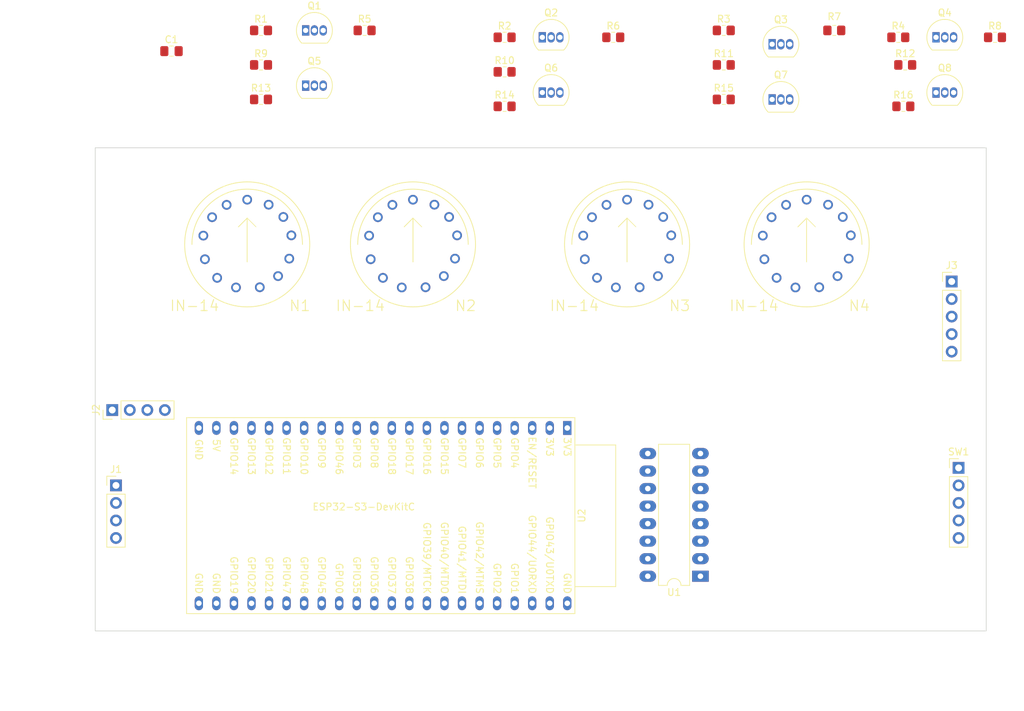
<source format=kicad_pcb>
(kicad_pcb (version 20221018) (generator pcbnew)
  (layers (0 "F.Cu" signal) (31 "B.Cu" signal) (34 "B.Paste" user) (35 "F.Paste" user) (36 "B.SilkS" user "B.Silkscreen") (37 "F.SilkS" user "F.Silkscreen") (38 "B.Mask" user) (39 "F.Mask" user) (44 "Edge.Cuts" user))
  (net 0 "")
  (net 3 "+5V")
  (net 4 "/Horloge Nixie/USB_D-")
  (net 5 "/Horloge Nixie/USB_D+")
  (net 6 "GND")
  (net 7 "/Horloge Nixie/I2C_SCL")
  (net 8 "/Horloge Nixie/I2C_SDA")
  (net 10 "HT")
  (net 11 "A_M10")
  (net 13 "/Horloge Nixie/K0")
  (net 14 "/Horloge Nixie/K9")
  (net 15 "/Horloge Nixie/K8")
  (net 16 "/Horloge Nixie/K7")
  (net 17 "/Horloge Nixie/K6")
  (net 18 "/Horloge Nixie/K5")
  (net 19 "/Horloge Nixie/K4")
  (net 20 "/Horloge Nixie/K3")
  (net 21 "/Horloge Nixie/K2")
  (net 22 "/Horloge Nixie/K1")
  (net 24 "A_M01")
  (net 27 "A_H10")
  (net 30 "A_H01")
  (net 33 "Net-(Q1-C)")
  (net 34 "Net-(Q1-B)")
  (net 35 "Net-(Q2-C)")
  (net 36 "Net-(Q2-B)")
  (net 37 "Net-(Q3-C)")
  (net 38 "Net-(Q3-B)")
  (net 39 "Net-(Q4-C)")
  (net 40 "Net-(Q4-B)")
  (net 41 "Net-(Q5-B)")
  (net 42 "Net-(Q5-C)")
  (net 43 "Net-(Q6-B)")
  (net 44 "Net-(Q6-C)")
  (net 45 "Net-(Q7-B)")
  (net 46 "Net-(Q7-C)")
  (net 47 "Net-(Q8-B)")
  (net 48 "Net-(Q8-C)")
  (net 49 "H10")
  (net 50 "H01")
  (net 51 "M10")
  (net 52 "M01")
  (net 53 "BCD1")
  (net 54 "BCD4")
  (net 55 "BCD2")
  (net 56 "BCD3")
  (net 57 "Net-(U2-3V3-Pad1)")
  (net 75 "Net-(U2-GPIO35)")
  (net 76 "Net-(U2-GPIO36)")
  (net 77 "Net-(U2-GPIO37)")
  (footprint "Resistor_SMD:R_0805_2012Metric_Pad1.20x1.40mm_HandSolder" (layer "F.Cu") (at 168.07 38.8)
    (fp_text reference "R12" (at 0 -1.65) (layer "F.SilkS"))
    (fp_text value "470k")
    (fp_line (start -0.227064 -0.735) (end 0.227064 -0.735) (stroke (width 0.12)) (layer "F.SilkS"))
    (fp_line (start -0.227064 0.735) (end 0.227064 0.735) (stroke (width 0.12)) (layer "F.SilkS"))
    (pad "1" smd roundrect (at -1 0) (size 1.2 1.4) (layers "F.Cu" "F.Paste" "F.Mask") (roundrect_rratio 0.208333) (net 48 "Net-(Q8-C)"))
    (pad "2" smd roundrect (at 1 0) (size 1.2 1.4) (layers "F.Cu" "F.Paste" "F.Mask") (roundrect_rratio 0.208333) (net 40 "Net-(Q4-B)"))
  )
  (footprint "MountingHole:MountingHole_3.2mm_M3" (layer "F.Cu") (at 175.8 115.8)
    (fp_text reference "REF**" hide)
    (fp_text value "MountingHole_3.2mm_M3")
    (pad "" np_thru_hole circle (at 0 0) (size 3.2 3.2) (drill 3.2) (layers "F&B.Cu" "*.Mask"))
  )
  (footprint "Connector_PinHeader_2.54mm:PinHeader_1x05_P2.54mm_Vertical" (layer "F.Cu") (at 175.8 97.18)
    (fp_text reference "SW1" (at 0 -2.33) (layer "F.SilkS"))
    (fp_text value "Rotary Encoder")
    (fp_line (start -1.33 -1.33) (end 0 -1.33) (stroke (width 0.12)) (layer "F.SilkS"))
    (fp_line (start -1.33 0) (end -1.33 -1.33) (stroke (width 0.12)) (layer "F.SilkS"))
    (fp_line (start -1.33 1.27) (end -1.33 11.49) (stroke (width 0.12)) (layer "F.SilkS"))
    (fp_line (start -1.33 1.27) (end 1.33 1.27) (stroke (width 0.12)) (layer "F.SilkS"))
    (fp_line (start -1.33 11.49) (end 1.33 11.49) (stroke (width 0.12)) (layer "F.SilkS"))
    (fp_line (start 1.33 1.27) (end 1.33 11.49) (stroke (width 0.12)) (layer "F.SilkS"))
    (pad "1" thru_hole rect (at 0 0) (size 1.7 1.7) (drill 1) (layers "*.Cu" "*.Mask"))
    (pad "2" thru_hole oval (at 0 2.54) (size 1.7 1.7) (drill 1) (layers "*.Cu" "*.Mask"))
    (pad "3" thru_hole oval (at 0 5.08) (size 1.7 1.7) (drill 1) (layers "*.Cu" "*.Mask"))
    (pad "4" thru_hole oval (at 0 7.62) (size 1.7 1.7) (drill 1) (layers "*.Cu" "*.Mask"))
    (pad "5" thru_hole oval (at 0 10.16) (size 1.7 1.7) (drill 1) (layers "*.Cu" "*.Mask"))
  )
  (footprint "Capacitor_SMD:C_0805_2012Metric_Pad1.18x1.45mm_HandSolder" (layer "F.Cu") (at 61.8375 36.8)
    (fp_text reference "C1" (at 0 -1.68) (layer "F.SilkS"))
    (fp_text value "0.1uF/16V(10%)")
    (fp_line (start -0.261252 -0.735) (end 0.261252 -0.735) (stroke (width 0.12)) (layer "F.SilkS"))
    (fp_line (start -0.261252 0.735) (end 0.261252 0.735) (stroke (width 0.12)) (layer "F.SilkS"))
    (pad "1" smd roundrect (at -1.0375 0) (size 1.175 1.45) (layers "F.Cu" "F.Paste" "F.Mask") (roundrect_rratio 0.212766))
    (pad "2" smd roundrect (at 1.0375 0) (size 1.175 1.45) (layers "F.Cu" "F.Paste" "F.Mask") (roundrect_rratio 0.212766))
  )
  (footprint "Connector_PinHeader_2.54mm:PinHeader_1x04_P2.54mm_Vertical" (layer "F.Cu") (at 53.8 99.72)
    (fp_text reference "J1" (at 0 -2.33) (layer "F.SilkS"))
    (fp_text value "Conn_01x04")
    (fp_line (start -1.33 -1.33) (end 0 -1.33) (stroke (width 0.12)) (layer "F.SilkS"))
    (fp_line (start -1.33 0) (end -1.33 -1.33) (stroke (width 0.12)) (layer "F.SilkS"))
    (fp_line (start -1.33 1.27) (end -1.33 8.95) (stroke (width 0.12)) (layer "F.SilkS"))
    (fp_line (start -1.33 1.27) (end 1.33 1.27) (stroke (width 0.12)) (layer "F.SilkS"))
    (fp_line (start -1.33 8.95) (end 1.33 8.95) (stroke (width 0.12)) (layer "F.SilkS"))
    (fp_line (start 1.33 1.27) (end 1.33 8.95) (stroke (width 0.12)) (layer "F.SilkS"))
    (pad "1" thru_hole rect (at 0 0) (size 1.7 1.7) (drill 1) (layers "*.Cu" "*.Mask") (net 3 "+5V"))
    (pad "2" thru_hole oval (at 0 2.54) (size 1.7 1.7) (drill 1) (layers "*.Cu" "*.Mask") (net 4 "/Horloge Nixie/USB_D-"))
    (pad "3" thru_hole oval (at 0 5.08) (size 1.7 1.7) (drill 1) (layers "*.Cu" "*.Mask") (net 5 "/Horloge Nixie/USB_D+"))
    (pad "4" thru_hole oval (at 0 7.62) (size 1.7 1.7) (drill 1) (layers "*.Cu" "*.Mask") (net 6 "GND"))
  )
  (footprint "Kicad-VFD-Nixies-master:IN-14-mod" (layer "F.Cu") (at 153.8 64.8)
    (fp_text reference "N4" (at 7.62 8.89) (layer "F.SilkS") (effects (font (size 1.524 1.524))))
    (fp_text value "IN-14" (at -7.62 8.89) (layer "F.SilkS") (effects (font (size 1.524 1.524))))
    (fp_line (start -1.27 -2.54) (end 0 -3.81) (stroke (width 0.1)) (layer "F.SilkS"))
    (fp_line (start 0 -3.81) (end -1.27 -2.54) (stroke (width 0.1)) (layer "F.SilkS"))
    (fp_line (start 0 -3.81) (end 0 2.54) (stroke (width 0.1)) (layer "F.SilkS"))
    (fp_line (start 0 -3.81) (end 1.27 -2.54) (stroke (width 0.1)) (layer "F.SilkS"))
    (fp_line (start 0 2.54) (end 0 -3.81) (stroke (width 0.1)) (layer "F.SilkS"))
    (fp_arc (start -8 0) (mid 0 -8) (end 8 0) (stroke (width 0.127)) (layer "F.SilkS"))
    (fp_circle (center 0 0) (end 9.0553 0) (stroke (width 0.127)) (fill none) (layer "F.SilkS"))
    (pad "1" thru_hole circle (at 0 -6.477) (size 1.408 1.408) (drill 0.9) (layers "*.Cu" "*.Mask") (net 24 "A_M01"))
    (pad "2" thru_hole circle (at 3.104 -5.752) (size 1.408 1.408) (drill 0.9) (layers "*.Cu" "*.Mask"))
    (pad "3" thru_hole circle (at 5.232 -3.973) (size 1.408 1.408) (drill 0.9) (layers "*.Cu" "*.Mask") (net 13 "/Horloge Nixie/K0"))
    (pad "4" thru_hole circle (at 6.393 -1.307) (size 1.408 1.408) (drill 0.9) (layers "*.Cu" "*.Mask") (net 14 "/Horloge Nixie/K9"))
    (pad "5" thru_hole circle (at 6.089 2.063) (size 1.408 1.408) (drill 0.9) (layers "*.Cu" "*.Mask") (net 15 "/Horloge Nixie/K8"))
    (pad "6" thru_hole circle (at 4.469 4.594) (size 1.408 1.408) (drill 0.9) (layers "*.Cu" "*.Mask") (net 16 "/Horloge Nixie/K7"))
    (pad "7" thru_hole circle (at 1.822 6.213 180) (size 1.408 1.408) (drill 0.9) (layers "*.Cu" "*.Mask") (net 17 "/Horloge Nixie/K6"))
    (pad "8" thru_hole circle (at -1.621 6.243 180) (size 1.408 1.408) (drill 0.9) (layers "*.Cu" "*.Mask") (net 18 "/Horloge Nixie/K5"))
    (pad "9" thru_hole circle (at -4.348 4.846) (size 1.408 1.408) (drill 0.9) (layers "*.Cu" "*.Mask") (net 19 "/Horloge Nixie/K4"))
    (pad "10" thru_hole circle (at -6.12 2.154) (size 1.408 1.408) (drill 0.9) (layers "*.Cu" "*.Mask") (net 20 "/Horloge Nixie/K3"))
    (pad "11" thru_hole circle (at -6.35 -1.27) (size 1.408 1.408) (drill 0.9) (layers "*.Cu" "*.Mask") (net 21 "/Horloge Nixie/K2"))
    (pad "12" thru_hole circle (at -5.08 -3.937) (size 1.408 1.408) (drill 0.9) (layers "*.Cu" "*.Mask") (net 22 "/Horloge Nixie/K1"))
    (pad "13" thru_hole circle (at -2.978 -5.725) (size 1.408 1.408) (drill 0.9) (layers "*.Cu" "*.Mask"))
  )
  (footprint "Resistor_SMD:R_0805_2012Metric_Pad1.20x1.40mm_HandSolder" (layer "F.Cu") (at 141.8 43.8)
    (fp_text reference "R15" (at 0 -1.65) (layer "F.SilkS"))
    (fp_text value "33k")
    (fp_line (start -0.227064 -0.735) (end 0.227064 -0.735) (stroke (width 0.12)) (layer "F.SilkS"))
    (fp_line (start -0.227064 0.735) (end 0.227064 0.735) (stroke (width 0.12)) (layer "F.SilkS"))
    (pad "1" smd roundrect (at -1 0) (size 1.2 1.4) (layers "F.Cu" "F.Paste" "F.Mask") (roundrect_rratio 0.208333) (net 51 "M10"))
    (pad "2" smd roundrect (at 1 0) (size 1.2 1.4) (layers "F.Cu" "F.Paste" "F.Mask") (roundrect_rratio 0.208333) (net 45 "Net-(Q7-B)"))
  )
  (footprint "Kicad-VFD-Nixies-master:IN-14-mod" (layer "F.Cu") (at 96.8 64.8)
    (fp_text reference "N2" (at 7.62 8.89) (layer "F.SilkS") (effects (font (size 1.524 1.524))))
    (fp_text value "IN-14" (at -7.62 8.89) (layer "F.SilkS") (effects (font (size 1.524 1.524))))
    (fp_line (start -1.27 -2.54) (end 0 -3.81) (stroke (width 0.1)) (layer "F.SilkS"))
    (fp_line (start 0 -3.81) (end -1.27 -2.54) (stroke (width 0.1)) (layer "F.SilkS"))
    (fp_line (start 0 -3.81) (end 0 2.54) (stroke (width 0.1)) (layer "F.SilkS"))
    (fp_line (start 0 -3.81) (end 1.27 -2.54) (stroke (width 0.1)) (layer "F.SilkS"))
    (fp_line (start 0 2.54) (end 0 -3.81) (stroke (width 0.1)) (layer "F.SilkS"))
    (fp_arc (start -8 0) (mid 0 -8) (end 8 0) (stroke (width 0.127)) (layer "F.SilkS"))
    (fp_circle (center 0 0) (end 9.0553 0) (stroke (width 0.127)) (fill none) (layer "F.SilkS"))
    (pad "1" thru_hole circle (at 0 -6.477) (size 1.408 1.408) (drill 0.9) (layers "*.Cu" "*.Mask") (net 30 "A_H01"))
    (pad "2" thru_hole circle (at 3.104 -5.752) (size 1.408 1.408) (drill 0.9) (layers "*.Cu" "*.Mask"))
    (pad "3" thru_hole circle (at 5.232 -3.973) (size 1.408 1.408) (drill 0.9) (layers "*.Cu" "*.Mask") (net 13 "/Horloge Nixie/K0"))
    (pad "4" thru_hole circle (at 6.393 -1.307) (size 1.408 1.408) (drill 0.9) (layers "*.Cu" "*.Mask") (net 14 "/Horloge Nixie/K9"))
    (pad "5" thru_hole circle (at 6.089 2.063) (size 1.408 1.408) (drill 0.9) (layers "*.Cu" "*.Mask") (net 15 "/Horloge Nixie/K8"))
    (pad "6" thru_hole circle (at 4.469 4.594) (size 1.408 1.408) (drill 0.9) (layers "*.Cu" "*.Mask") (net 16 "/Horloge Nixie/K7"))
    (pad "7" thru_hole circle (at 1.822 6.213 180) (size 1.408 1.408) (drill 0.9) (layers "*.Cu" "*.Mask") (net 17 "/Horloge Nixie/K6"))
    (pad "8" thru_hole circle (at -1.621 6.243 180) (size 1.408 1.408) (drill 0.9) (layers "*.Cu" "*.Mask") (net 18 "/Horloge Nixie/K5"))
    (pad "9" thru_hole circle (at -4.348 4.846) (size 1.408 1.408) (drill 0.9) (layers "*.Cu" "*.Mask") (net 19 "/Horloge Nixie/K4"))
    (pad "10" thru_hole circle (at -6.12 2.154) (size 1.408 1.408) (drill 0.9) (layers "*.Cu" "*.Mask") (net 20 "/Horloge Nixie/K3"))
    (pad "11" thru_hole circle (at -6.35 -1.27) (size 1.408 1.408) (drill 0.9) (layers "*.Cu" "*.Mask") (net 21 "/Horloge Nixie/K2"))
    (pad "12" thru_hole circle (at -5.08 -3.937) (size 1.408 1.408) (drill 0.9) (layers "*.Cu" "*.Mask") (net 22 "/Horloge Nixie/K1"))
    (pad "13" thru_hole circle (at -2.978 -5.725) (size 1.408 1.408) (drill 0.9) (layers "*.Cu" "*.Mask"))
  )
  (footprint "Package_TO_SOT_THT:TO-92_Inline" (layer "F.Cu") (at 115.53 34.8)
    (fp_text reference "Q2" (at 1.27 -3.56) (layer "F.SilkS"))
    (fp_text value "MPSA92")
    (fp_line (start -0.53 1.85) (end 3.07 1.85) (stroke (width 0.12)) (layer "F.SilkS"))
    (fp_arc (start -0.568478 1.838478) (mid -1.132087 -0.994977) (end 1.27 -2.6) (stroke (width 0.12)) (layer "F.SilkS"))
    (fp_arc (start 1.27 -2.6) (mid 3.672087 -0.994977) (end 3.108478 1.838478) (stroke (width 0.12)) (layer "F.SilkS"))
    (pad "1" thru_hole rect (at 0 0) (size 1.05 1.5) (drill 0.75) (layers "*.Cu" "*.Mask") (net 35 "Net-(Q2-C)"))
    (pad "2" thru_hole oval (at 1.27 0) (size 1.05 1.5) (drill 0.75) (layers "*.Cu" "*.Mask") (net 36 "Net-(Q2-B)"))
    (pad "3" thru_hole oval (at 2.54 0) (size 1.05 1.5) (drill 0.75) (layers "*.Cu" "*.Mask") (net 10 "HT"))
  )
  (footprint "Package_TO_SOT_THT:TO-92_Inline" (layer "F.Cu") (at 81.26 41.8)
    (fp_text reference "Q5" (at 1.27 -3.56) (layer "F.SilkS"))
    (fp_text value "MPSA42")
    (fp_line (start -0.53 1.85) (end 3.07 1.85) (stroke (width 0.12)) (layer "F.SilkS"))
    (fp_arc (start -0.568478 1.838478) (mid -1.132087 -0.994977) (end 1.27 -2.6) (stroke (width 0.12)) (layer "F.SilkS"))
    (fp_arc (start 1.27 -2.6) (mid 3.672087 -0.994977) (end 3.108478 1.838478) (stroke (width 0.12)) (layer "F.SilkS"))
    (pad "1" thru_hole rect (at 0 0) (size 1.05 1.5) (drill 0.75) (layers "*.Cu" "*.Mask") (net 41 "Net-(Q5-B)"))
    (pad "2" thru_hole oval (at 1.27 0) (size 1.05 1.5) (drill 0.75) (layers "*.Cu" "*.Mask") (net 42 "Net-(Q5-C)"))
    (pad "3" thru_hole oval (at 2.54 0) (size 1.05 1.5) (drill 0.75) (layers "*.Cu" "*.Mask") (net 6 "GND"))
  )
  (footprint "MountingHole:MountingHole_3.2mm_M3" (layer "F.Cu") (at 55.8 55.8)
    (fp_text reference "REF**" hide)
    (fp_text value "MountingHole_3.2mm_M3")
    (pad "" np_thru_hole circle (at 0 0) (size 3.2 3.2) (drill 3.2) (layers "*.Cu" "*.Mask"))
  )
  (footprint "Resistor_SMD:R_0805_2012Metric_Pad1.20x1.40mm_HandSolder" (layer "F.Cu") (at 74.8 33.8)
    (fp_text reference "R1" (at 0 -1.65) (layer "F.SilkS"))
    (fp_text value "100k")
    (fp_line (start -0.227064 -0.735) (end 0.227064 -0.735) (stroke (width 0.12)) (layer "F.SilkS"))
    (fp_line (start -0.227064 0.735) (end 0.227064 0.735) (stroke (width 0.12)) (layer "F.SilkS"))
    (pad "1" smd roundrect (at -1 0) (size 1.2 1.4) (layers "F.Cu" "F.Paste" "F.Mask") (roundrect_rratio 0.208333) (net 34 "Net-(Q1-B)"))
    (pad "2" smd roundrect (at 1 0) (size 1.2 1.4) (layers "F.Cu" "F.Paste" "F.Mask") (roundrect_rratio 0.208333) (net 10 "HT"))
  )
  (footprint "Resistor_SMD:R_0805_2012Metric_Pad1.20x1.40mm_HandSolder" (layer "F.Cu") (at 74.8 43.8)
    (fp_text reference "R13" (at 0 -1.65) (layer "F.SilkS"))
    (fp_text value "33k")
    (fp_line (start -0.227064 -0.735) (end 0.227064 -0.735) (stroke (width 0.12)) (layer "F.SilkS"))
    (fp_line (start -0.227064 0.735) (end 0.227064 0.735) (stroke (width 0.12)) (layer "F.SilkS"))
    (pad "1" smd roundrect (at -1 0) (size 1.2 1.4) (layers "F.Cu" "F.Paste" "F.Mask") (roundrect_rratio 0.208333) (net 49 "H10"))
    (pad "2" smd roundrect (at 1 0) (size 1.2 1.4) (layers "F.Cu" "F.Paste" "F.Mask") (roundrect_rratio 0.208333) (net 41 "Net-(Q5-B)"))
  )
  (footprint "MountingHole:MountingHole_3.2mm_M3" (layer "F.Cu") (at 55.8 115.8)
    (fp_text reference "REF**" hide)
    (fp_text value "MountingHole_3.2mm_M3")
    (pad "" np_thru_hole circle (at 0 0) (size 3.2 3.2) (drill 3.2) (layers "F&B.Cu" "*.Mask"))
  )
  (footprint "Resistor_SMD:R_0805_2012Metric_Pad1.20x1.40mm_HandSolder" (layer "F.Cu") (at 167.8 44.8)
    (fp_text reference "R16" (at 0 -1.65) (layer "F.SilkS"))
    (fp_text value "33k")
    (fp_line (start -0.227064 -0.735) (end 0.227064 -0.735) (stroke (width 0.12)) (layer "F.SilkS"))
    (fp_line (start -0.227064 0.735) (end 0.227064 0.735) (stroke (width 0.12)) (layer "F.SilkS"))
    (pad "1" smd roundrect (at -1 0) (size 1.2 1.4) (layers "F.Cu" "F.Paste" "F.Mask") (roundrect_rratio 0.208333) (net 52 "M01"))
    (pad "2" smd roundrect (at 1 0) (size 1.2 1.4) (layers "F.Cu" "F.Paste" "F.Mask") (roundrect_rratio 0.208333) (net 47 "Net-(Q8-B)"))
  )
  (footprint "Package_TO_SOT_THT:TO-92_Inline" (layer "F.Cu") (at 81.26 33.8)
    (fp_text reference "Q1" (at 1.27 -3.56) (layer "F.SilkS"))
    (fp_text value "MPSA92")
    (fp_line (start -0.53 1.85) (end 3.07 1.85) (stroke (width 0.12)) (layer "F.SilkS"))
    (fp_arc (start -0.568478 1.838478) (mid -1.132087 -0.994977) (end 1.27 -2.6) (stroke (width 0.12)) (layer "F.SilkS"))
    (fp_arc (start 1.27 -2.6) (mid 3.672087 -0.994977) (end 3.108478 1.838478) (stroke (width 0.12)) (layer "F.SilkS"))
    (pad "1" thru_hole rect (at 0 0) (size 1.05 1.5) (drill 0.75) (layers "*.Cu" "*.Mask") (net 33 "Net-(Q1-C)"))
    (pad "2" thru_hole oval (at 1.27 0) (size 1.05 1.5) (drill 0.75) (layers "*.Cu" "*.Mask") (net 34 "Net-(Q1-B)"))
    (pad "3" thru_hole oval (at 2.54 0) (size 1.05 1.5) (drill 0.75) (layers "*.Cu" "*.Mask") (net 10 "HT"))
  )
  (footprint "Resistor_SMD:R_0805_2012Metric_Pad1.20x1.40mm_HandSolder" (layer "F.Cu") (at 110.07 39.8)
    (fp_text reference "R10" (at 0 -1.65) (layer "F.SilkS"))
    (fp_text value "470k")
    (fp_line (start -0.227064 -0.735) (end 0.227064 -0.735) (stroke (width 0.12)) (layer "F.SilkS"))
    (fp_line (start -0.227064 0.735) (end 0.227064 0.735) (stroke (width 0.12)) (layer "F.SilkS"))
    (pad "1" smd roundrect (at -1 0) (size 1.2 1.4) (layers "F.Cu" "F.Paste" "F.Mask") (roundrect_rratio 0.208333) (net 44 "Net-(Q6-C)"))
    (pad "2" smd roundrect (at 1 0) (size 1.2 1.4) (layers "F.Cu" "F.Paste" "F.Mask") (roundrect_rratio 0.208333) (net 36 "Net-(Q2-B)"))
  )
  (footprint "Resistor_SMD:R_0805_2012Metric_Pad1.20x1.40mm_HandSolder" (layer "F.Cu") (at 181.07 34.8)
    (fp_text reference "R8" (at 0 -1.65) (layer "F.SilkS"))
    (fp_text value "10k")
    (fp_line (start -0.227064 -0.735) (end 0.227064 -0.735) (stroke (width 0.12)) (layer "F.SilkS"))
    (fp_line (start -0.227064 0.735) (end 0.227064 0.735) (stroke (width 0.12)) (layer "F.SilkS"))
    (pad "1" smd roundrect (at -1 0) (size 1.2 1.4) (layers "F.Cu" "F.Paste" "F.Mask") (roundrect_rratio 0.208333) (net 24 "A_M01"))
    (pad "2" smd roundrect (at 1 0) (size 1.2 1.4) (layers "F.Cu" "F.Paste" "F.Mask") (roundrect_rratio 0.208333) (net 39 "Net-(Q4-C)"))
  )
  (footprint "Resistor_SMD:R_0805_2012Metric_Pad1.20x1.40mm_HandSolder" (layer "F.Cu") (at 110.07 34.8)
    (fp_text reference "R2" (at 0 -1.65) (layer "F.SilkS"))
    (fp_text value "100k")
    (fp_line (start -0.227064 -0.735) (end 0.227064 -0.735) (stroke (width 0.12)) (layer "F.SilkS"))
    (fp_line (start -0.227064 0.735) (end 0.227064 0.735) (stroke (width 0.12)) (layer "F.SilkS"))
    (pad "1" smd roundrect (at -1 0) (size 1.2 1.4) (layers "F.Cu" "F.Paste" "F.Mask") (roundrect_rratio 0.208333) (net 36 "Net-(Q2-B)"))
    (pad "2" smd roundrect (at 1 0) (size 1.2 1.4) (layers "F.Cu" "F.Paste" "F.Mask") (roundrect_rratio 0.208333) (net 10 "HT"))
  )
  (footprint "Kicad-VFD-Nixies-master:IN-14-mod" (layer "F.Cu") (at 127.8 64.8)
    (fp_text reference "N3" (at 7.62 8.89) (layer "F.SilkS") (effects (font (size 1.524 1.524))))
    (fp_text value "IN-14" (at -7.62 8.89) (layer "F.SilkS") (effects (font (size 1.524 1.524))))
    (fp_line (start -1.27 -2.54) (end 0 -3.81) (stroke (width 0.1)) (layer "F.SilkS"))
    (fp_line (start 0 -3.81) (end -1.27 -2.54) (stroke (width 0.1)) (layer "F.SilkS"))
    (fp_line (start 0 -3.81) (end 0 2.54) (stroke (width 0.1)) (layer "F.SilkS"))
    (fp_line (start 0 -3.81) (end 1.27 -2.54) (stroke (width 0.1)) (layer "F.SilkS"))
    (fp_line (start 0 2.54) (end 0 -3.81) (stroke (width 0.1)) (layer "F.SilkS"))
    (fp_arc (start -8 0) (mid 0 -8) (end 8 0) (stroke (width 0.127)) (layer "F.SilkS"))
    (fp_circle (center 0 0) (end 9.0553 0) (stroke (width 0.127)) (fill none) (layer "F.SilkS"))
    (pad "1" thru_hole circle (at 0 -6.477) (size 1.408 1.408) (drill 0.9) (layers "*.Cu" "*.Mask") (net 11 "A_M10"))
    (pad "2" thru_hole circle (at 3.104 -5.752) (size 1.408 1.408) (drill 0.9) (layers "*.Cu" "*.Mask"))
    (pad "3" thru_hole circle (at 5.232 -3.973) (size 1.408 1.408) (drill 0.9) (layers "*.Cu" "*.Mask") (net 13 "/Horloge Nixie/K0"))
    (pad "4" thru_hole circle (at 6.393 -1.307) (size 1.408 1.408) (drill 0.9) (layers "*.Cu" "*.Mask") (net 14 "/Horloge Nixie/K9"))
    (pad "5" thru_hole circle (at 6.089 2.063) (size 1.408 1.408) (drill 0.9) (layers "*.Cu" "*.Mask") (net 15 "/Horloge Nixie/K8"))
    (pad "6" thru_hole circle (at 4.469 4.594) (size 1.408 1.408) (drill 0.9) (layers "*.Cu" "*.Mask") (net 16 "/Horloge Nixie/K7"))
    (pad "7" thru_hole circle (at 1.822 6.213 180) (size 1.408 1.408) (drill 0.9) (layers "*.Cu" "*.Mask") (net 17 "/Horloge Nixie/K6"))
    (pad "8" thru_hole circle (at -1.621 6.243 180) (size 1.408 1.408) (drill 0.9) (layers "*.Cu" "*.Mask") (net 18 "/Horloge Nixie/K5"))
    (pad "9" thru_hole circle (at -4.348 4.846) (size 1.408 1.408) (drill 0.9) (layers "*.Cu" "*.Mask") (net 19 "/Horloge Nixie/K4"))
    (pad "10" thru_hole circle (at -6.12 2.154) (size 1.408 1.408) (drill 0.9) (layers "*.Cu" "*.Mask") (net 20 "/Horloge Nixie/K3"))
    (pad "11" thru_hole circle (at -6.35 -1.27) (size 1.408 1.408) (drill 0.9) (layers "*.Cu" "*.Mask") (net 21 "/Horloge Nixie/K2"))
    (pad "12" thru_hole circle (at -5.08 -3.937) (size 1.408 1.408) (drill 0.9) (layers "*.Cu" "*.Mask") (net 22 "/Horloge Nixie/K1"))
    (pad "13" thru_hole circle (at -2.978 -5.725) (size 1.408 1.408) (drill 0.9) (layers "*.Cu" "*.Mask"))
  )
  (footprint "Resistor_SMD:R_0805_2012Metric_Pad1.20x1.40mm_HandSolder" (layer "F.Cu") (at 110.07 44.8)
    (fp_text reference "R14" (at 0 -1.65) (layer "F.SilkS"))
    (fp_text value "33k")
    (fp_line (start -0.227064 -0.735) (end 0.227064 -0.735) (stroke (width 0.12)) (layer "F.SilkS"))
    (fp_line (start -0.227064 0.735) (end 0.227064 0.735) (stroke (width 0.12)) (layer "F.SilkS"))
    (pad "1" smd roundrect (at -1 0) (size 1.2 1.4) (layers "F.Cu" "F.Paste" "F.Mask") (roundrect_rratio 0.208333) (net 50 "H01"))
    (pad "2" smd roundrect (at 1 0) (size 1.2 1.4) (layers "F.Cu" "F.Paste" "F.Mask") (roundrect_rratio 0.208333) (net 43 "Net-(Q6-B)"))
  )
  (footprint "Package_TO_SOT_THT:TO-92_Inline" (layer "F.Cu") (at 148.8 43.8)
    (fp_text reference "Q7" (at 1.27 -3.56) (layer "F.SilkS"))
    (fp_text value "MPSA42")
    (fp_line (start -0.53 1.85) (end 3.07 1.85) (stroke (width 0.12)) (layer "F.SilkS"))
    (fp_arc (start -0.568478 1.838478) (mid -1.132087 -0.994977) (end 1.27 -2.6) (stroke (width 0.12)) (layer "F.SilkS"))
    (fp_arc (start 1.27 -2.6) (mid 3.672087 -0.994977) (end 3.108478 1.838478) (stroke (width 0.12)) (layer "F.SilkS"))
    (pad "1" thru_hole rect (at 0 0) (size 1.05 1.5) (drill 0.75) (layers "*.Cu" "*.Mask") (net 45 "Net-(Q7-B)"))
    (pad "2" thru_hole oval (at 1.27 0) (size 1.05 1.5) (drill 0.75) (layers "*.Cu" "*.Mask") (net 46 "Net-(Q7-C)"))
    (pad "3" thru_hole oval (at 2.54 0) (size 1.05 1.5) (drill 0.75) (layers "*.Cu" "*.Mask") (net 6 "GND"))
  )
  (footprint "Resistor_SMD:R_0805_2012Metric_Pad1.20x1.40mm_HandSolder" (layer "F.Cu") (at 89.8 33.8)
    (fp_text reference "R5" (at 0 -1.65) (layer "F.SilkS"))
    (fp_text value "10k")
    (fp_line (start -0.227064 -0.735) (end 0.227064 -0.735) (stroke (width 0.12)) (layer "F.SilkS"))
    (fp_line (start -0.227064 0.735) (end 0.227064 0.735) (stroke (width 0.12)) (layer "F.SilkS"))
    (pad "1" smd roundrect (at -1 0) (size 1.2 1.4) (layers "F.Cu" "F.Paste" "F.Mask") (roundrect_rratio 0.208333) (net 27 "A_H10"))
    (pad "2" smd roundrect (at 1 0) (size 1.2 1.4) (layers "F.Cu" "F.Paste" "F.Mask") (roundrect_rratio 0.208333) (net 33 "Net-(Q1-C)"))
  )
  (footprint "Package_TO_SOT_THT:TO-92_Inline" (layer "F.Cu") (at 115.53 42.8)
    (fp_text reference "Q6" (at 1.27 -3.56) (layer "F.SilkS"))
    (fp_text value "MPSA42")
    (fp_line (start -0.53 1.85) (end 3.07 1.85) (stroke (width 0.12)) (layer "F.SilkS"))
    (fp_arc (start -0.568478 1.838478) (mid -1.132087 -0.994977) (end 1.27 -2.6) (stroke (width 0.12)) (layer "F.SilkS"))
    (fp_arc (start 1.27 -2.6) (mid 3.672087 -0.994977) (end 3.108478 1.838478) (stroke (width 0.12)) (layer "F.SilkS"))
    (pad "1" thru_hole rect (at 0 0) (size 1.05 1.5) (drill 0.75) (layers "*.Cu" "*.Mask") (net 43 "Net-(Q6-B)"))
    (pad "2" thru_hole oval (at 1.27 0) (size 1.05 1.5) (drill 0.75) (layers "*.Cu" "*.Mask") (net 44 "Net-(Q6-C)"))
    (pad "3" thru_hole oval (at 2.54 0) (size 1.05 1.5) (drill 0.75) (layers "*.Cu" "*.Mask") (net 6 "GND"))
  )
  (footprint "Package_DIP:DIP-16_W7.62mm_LongPads" (layer "F.Cu") (at 138.42 112.88 180)
    (fp_text reference "U1" (at 3.81 -2.33) (layer "F.SilkS"))
    (fp_text value "74141")
    (fp_line (start 1.56 -1.33) (end 1.56 19.11) (stroke (width 0.12)) (layer "F.SilkS"))
    (fp_line (start 1.56 19.11) (end 6.06 19.11) (stroke (width 0.12)) (layer "F.SilkS"))
    (fp_line (start 2.81 -1.33) (end 1.56 -1.33) (stroke (width 0.12)) (layer "F.SilkS"))
    (fp_line (start 6.06 -1.33) (end 4.81 -1.33) (stroke (width 0.12)) (layer "F.SilkS"))
    (fp_line (start 6.06 19.11) (end 6.06 -1.33) (stroke (width 0.12)) (layer "F.SilkS"))
    (fp_arc (start 4.81 -1.33) (mid 3.81 -0.33) (end 2.81 -1.33) (stroke (width 0.12)) (layer "F.SilkS"))
    (pad "1" thru_hole rect (at 0 0 180) (size 2.4 1.6) (drill 0.8) (layers "*.Cu" "*.Mask") (net 15 "/Horloge Nixie/K8"))
    (pad "2" thru_hole oval (at 0 2.54 180) (size 2.4 1.6) (drill 0.8) (layers "*.Cu" "*.Mask") (net 14 "/Horloge Nixie/K9"))
    (pad "3" thru_hole oval (at 0 5.08 180) (size 2.4 1.6) (drill 0.8) (layers "*.Cu" "*.Mask") (net 53 "BCD1"))
    (pad "4" thru_hole oval (at 0 7.62 180) (size 2.4 1.6) (drill 0.8) (layers "*.Cu" "*.Mask") (net 54 "BCD4"))
    (pad "5" thru_hole oval (at 0 10.16 180) (size 2.4 1.6) (drill 0.8) (layers "*.Cu" "*.Mask") (net 3 "+5V"))
    (pad "6" thru_hole oval (at 0 12.7 180) (size 2.4 1.6) (drill 0.8) (layers "*.Cu" "*.Mask") (net 55 "BCD2"))
    (pad "7" thru_hole oval (at 0 15.24 180) (size 2.4 1.6) (drill 0.8) (layers "*.Cu" "*.Mask") (net 56 "BCD3"))
    (pad "8" thru_hole oval (at 0 17.78 180) (size 2.4 1.6) (drill 0.8) (layers "*.Cu" "*.Mask") (net 21 "/Horloge Nixie/K2"))
    (pad "9" thru_hole oval (at 7.62 17.78 180) (size 2.4 1.6) (drill 0.8) (layers "*.Cu" "*.Mask") (net 20 "/Horloge Nixie/K3"))
    (pad "10" thru_hole oval (at 7.62 15.24 180) (size 2.4 1.6) (drill 0.8) (layers "*.Cu" "*.Mask") (net 16 "/Horloge Nixie/K7"))
    (pad "11" thru_hole oval (at 7.62 12.7 180) (size 2.4 1.6) (drill 0.8) (layers "*.Cu" "*.Mask") (net 17 "/Horloge Nixie/K6"))
    (pad "12" thru_hole oval (at 7.62 10.16 180) (size 2.4 1.6) (drill 0.8) (layers "*.Cu" "*.Mask") (net 6 "GND"))
    (pad "13" thru_hole oval (at 7.62 7.62 180) (size 2.4 1.6) (drill 0.8) (layers "*.Cu" "*.Mask") (net 19 "/Horloge Nixie/K4"))
    (pad "14" thru_hole oval (at 7.62 5.08 180) (size 2.4 1.6) (drill 0.8) (layers "*.Cu" "*.Mask") (net 18 "/Horloge Nixie/K5"))
    (pad "15" thru_hole oval (at 7.62 2.54 180) (size 2.4 1.6) (drill 0.8) (layers "*.Cu" "*.Mask") (net 22 "/Horloge Nixie/K1"))
    (pad "16" thru_hole oval (at 7.62 0 180) (size 2.4 1.6) (drill 0.8) (layers "*.Cu" "*.Mask") (net 13 "/Horloge Nixie/K0"))
  )
  (footprint "Resistor_SMD:R_0805_2012Metric_Pad1.20x1.40mm_HandSolder" (layer "F.Cu") (at 141.8 38.8)
    (fp_text reference "R11" (at 0 -1.65) (layer "F.SilkS"))
    (fp_text value "470k")
    (fp_line (start -0.227064 -0.735) (end 0.227064 -0.735) (stroke (width 0.12)) (layer "F.SilkS"))
    (fp_line (start -0.227064 0.735) (end 0.227064 0.735) (stroke (width 0.12)) (layer "F.SilkS"))
    (pad "1" smd roundrect (at -1 0) (size 1.2 1.4) (layers "F.Cu" "F.Paste" "F.Mask") (roundrect_rratio 0.208333) (net 46 "Net-(Q7-C)"))
    (pad "2" smd roundrect (at 1 0) (size 1.2 1.4) (layers "F.Cu" "F.Paste" "F.Mask") (roundrect_rratio 0.208333) (net 38 "Net-(Q3-B)"))
  )
  (footprint "Connector_PinHeader_2.54mm:PinHeader_1x04_P2.54mm_Vertical" (layer "F.Cu") (at 53.26 88.8 90)
    (fp_text reference "J2" (at 0 -2.33 90) (layer "F.SilkS"))
    (fp_text value "Conn_01x04")
    (fp_line (start -1.33 -1.33) (end 0 -1.33) (stroke (width 0.12)) (layer "F.SilkS"))
    (fp_line (start -1.33 0) (end -1.33 -1.33) (stroke (width 0.12)) (layer "F.SilkS"))
    (fp_line (start -1.33 1.27) (end -1.33 8.95) (stroke (width 0.12)) (layer "F.SilkS"))
    (fp_line (start -1.33 1.27) (end 1.33 1.27) (stroke (width 0.12)) (layer "F.SilkS"))
    (fp_line (start -1.33 8.95) (end 1.33 8.95) (stroke (width 0.12)) (layer "F.SilkS"))
    (fp_line (start 1.33 1.27) (end 1.33 8.95) (stroke (width 0.12)) (layer "F.SilkS"))
    (pad "1" thru_hole rect (at 0 0 90) (size 1.7 1.7) (drill 1) (layers "*.Cu" "*.Mask") (net 7 "/Horloge Nixie/I2C_SCL"))
    (pad "2" thru_hole oval (at 0 2.54 90) (size 1.7 1.7) (drill 1) (layers "*.Cu" "*.Mask") (net 8 "/Horloge Nixie/I2C_SDA"))
    (pad "3" thru_hole oval (at 0 5.08 90) (size 1.7 1.7) (drill 1) (layers "*.Cu" "*.Mask") (net 3 "+5V"))
    (pad "4" thru_hole oval (at 0 7.62 90) (size 1.7 1.7) (drill 1) (layers "*.Cu" "*.Mask"))
  )
  (footprint "Connector_PinHeader_2.54mm:PinHeader_1x05_P2.54mm_Vertical" (layer "F.Cu") (at 174.8 70.18)
    (fp_text reference "J3" (at 0 -2.33) (layer "F.SilkS"))
    (fp_text value "Conn_01x05")
    (fp_line (start -1.33 -1.33) (end 0 -1.33) (stroke (width 0.12)) (layer "F.SilkS"))
    (fp_line (start -1.33 0) (end -1.33 -1.33) (stroke (width 0.12)) (layer "F.SilkS"))
    (fp_line (start -1.33 1.27) (end -1.33 11.49) (stroke (width 0.12)) (layer "F.SilkS"))
    (fp_line (start -1.33 1.27) (end 1.33 1.27) (stroke (width 0.12)) (layer "F.SilkS"))
    (fp_line (start -1.33 11.49) (end 1.33 11.49) (stroke (width 0.12)) (layer "F.SilkS"))
    (fp_line (start 1.33 1.27) (end 1.33 11.49) (stroke (width 0.12)) (layer "F.SilkS"))
    (pad "1" thru_hole rect (at 0 0) (size 1.7 1.7) (drill 1) (layers "*.Cu" "*.Mask") (net 3 "+5V"))
    (pad "2" thru_hole oval (at 0 2.54) (size 1.7 1.7) (drill 1) (layers "*.Cu" "*.Mask") (net 6 "GND"))
    (pad "3" thru_hole oval (at 0 5.08) (size 1.7 1.7) (drill 1) (layers "*.Cu" "*.Mask") (net 6 "GND"))
    (pad "4" thru_hole oval (at 0 7.62) (size 1.7 1.7) (drill 1) (layers "*.Cu" "*.Mask") (net 6 "GND"))
    (pad "5" thru_hole oval (at 0 10.16) (size 1.7 1.7) (drill 1) (layers "*.Cu" "*.Mask") (net 10 "HT"))
  )
  (footprint "Resistor_SMD:R_0805_2012Metric_Pad1.20x1.40mm_HandSolder" (layer "F.Cu") (at 157.8 33.8)
    (fp_text reference "R7" (at 0 -2) (layer "F.SilkS"))
    (fp_text value "10k")
    (fp_line (start -0.227064 -0.735) (end 0.227064 -0.735) (stroke (width 0.12)) (layer "F.SilkS"))
    (fp_line (start -0.227064 0.735) (end 0.227064 0.735) (stroke (width 0.12)) (layer "F.SilkS"))
    (pad "1" smd roundrect (at -1 0) (size 1.2 1.4) (layers "F.Cu" "F.Paste" "F.Mask") (roundrect_rratio 0.208333) (net 11 "A_M10"))
    (pad "2" smd roundrect (at 1 0) (size 1.2 1.4) (layers "F.Cu" "F.Paste" "F.Mask") (roundrect_rratio 0.208333) (net 37 "Net-(Q3-C)"))
  )
  (footprint "Package_TO_SOT_THT:TO-92_Inline" (layer "F.Cu") (at 148.8 35.8)
    (fp_text reference "Q3" (at 1.27 -3.56) (layer "F.SilkS"))
    (fp_text value "MPSA92")
    (fp_line (start -0.53 1.85) (end 3.07 1.85) (stroke (width 0.12)) (layer "F.SilkS"))
    (fp_arc (start -0.568478 1.838478) (mid -1.132087 -0.994977) (end 1.27 -2.6) (stroke (width 0.12)) (layer "F.SilkS"))
    (fp_arc (start 1.27 -2.6) (mid 3.672087 -0.994977) (end 3.108478 1.838478) (stroke (width 0.12)) (layer "F.SilkS"))
    (pad "1" thru_hole rect (at 0 0) (size 1.05 1.5) (drill 0.75) (layers "*.Cu" "*.Mask") (net 37 "Net-(Q3-C)"))
    (pad "2" thru_hole oval (at 1.27 0) (size 1.05 1.5) (drill 0.75) (layers "*.Cu" "*.Mask") (net 38 "Net-(Q3-B)"))
    (pad "3" thru_hole oval (at 2.54 0) (size 1.05 1.5) (drill 0.75) (layers "*.Cu" "*.Mask") (net 10 "HT"))
  )
  (footprint "Resistor_SMD:R_0805_2012Metric_Pad1.20x1.40mm_HandSolder" (layer "F.Cu") (at 74.8 38.8)
    (fp_text reference "R9" (at 0 -1.65) (layer "F.SilkS"))
    (fp_text value "470k")
    (fp_line (start -0.227064 -0.735) (end 0.227064 -0.735) (stroke (width 0.12)) (layer "F.SilkS"))
    (fp_line (start -0.227064 0.735) (end 0.227064 0.735) (stroke (width 0.12)) (layer "F.SilkS"))
    (pad "1" smd roundrect (at -1 0) (size 1.2 1.4) (layers "F.Cu" "F.Paste" "F.Mask") (roundrect_rratio 0.208333) (net 42 "Net-(Q5-C)"))
    (pad "2" smd roundrect (at 1 0) (size 1.2 1.4) (layers "F.Cu" "F.Paste" "F.Mask") (roundrect_rratio 0.208333) (net 34 "Net-(Q1-B)"))
  )
  (footprint "Package_TO_SOT_THT:TO-92_Inline" (layer "F.Cu") (at 172.53 34.8)
    (fp_text reference "Q4" (at 1.27 -3.56) (layer "F.SilkS"))
    (fp_text value "MPSA92")
    (fp_line (start -0.53 1.85) (end 3.07 1.85) (stroke (width 0.12)) (layer "F.SilkS"))
    (fp_arc (start -0.568478 1.838478) (mid -1.132087 -0.994977) (end 1.27 -2.6) (stroke (width 0.12)) (layer "F.SilkS"))
    (fp_arc (start 1.27 -2.6) (mid 3.672087 -0.994977) (end 3.108478 1.838478) (stroke (width 0.12)) (layer "F.SilkS"))
    (pad "1" thru_hole rect (at 0 0) (size 1.05 1.5) (drill 0.75) (layers "*.Cu" "*.Mask") (net 39 "Net-(Q4-C)"))
    (pad "2" thru_hole oval (at 1.27 0) (size 1.05 1.5) (drill 0.75) (layers "*.Cu" "*.Mask") (net 40 "Net-(Q4-B)"))
    (pad "3" thru_hole oval (at 2.54 0) (size 1.05 1.5) (drill 0.75) (layers "*.Cu" "*.Mask") (net 10 "HT"))
  )
  (footprint "Resistor_SMD:R_0805_2012Metric_Pad1.20x1.40mm_HandSolder" (layer "F.Cu") (at 125.8 34.8)
    (fp_text reference "R6" (at 0 -1.65) (layer "F.SilkS"))
    (fp_text value "10k")
    (fp_line (start -0.227064 -0.735) (end 0.227064 -0.735) (stroke (width 0.12)) (layer "F.SilkS"))
    (fp_line (start -0.227064 0.735) (end 0.227064 0.735) (stroke (width 0.12)) (layer "F.SilkS"))
    (pad "1" smd roundrect (at -1 0) (size 1.2 1.4) (layers "F.Cu" "F.Paste" "F.Mask") (roundrect_rratio 0.208333) (net 30 "A_H01"))
    (pad "2" smd roundrect (at 1 0) (size 1.2 1.4) (layers "F.Cu" "F.Paste" "F.Mask") (roundrect_rratio 0.208333) (net 35 "Net-(Q2-C)"))
  )
  (footprint "Kicad-VFD-Nixies-master:IN-14-mod" (layer "F.Cu") (at 72.8 64.8)
    (fp_text reference "N1" (at 7.62 8.89) (layer "F.SilkS") (effects (font (size 1.524 1.524))))
    (fp_text value "IN-14" (at -7.62 8.89) (layer "F.SilkS") (effects (font (size 1.524 1.524))))
    (fp_line (start -1.27 -2.54) (end 0 -3.81) (stroke (width 0.1)) (layer "F.SilkS"))
    (fp_line (start 0 -3.81) (end -1.27 -2.54) (stroke (width 0.1)) (layer "F.SilkS"))
    (fp_line (start 0 -3.81) (end 0 2.54) (stroke (width 0.1)) (layer "F.SilkS"))
    (fp_line (start 0 -3.81) (end 1.27 -2.54) (stroke (width 0.1)) (layer "F.SilkS"))
    (fp_line (start 0 2.54) (end 0 -3.81) (stroke (width 0.1)) (layer "F.SilkS"))
    (fp_arc (start -8 0) (mid 0 -8) (end 8 0) (stroke (width 0.127)) (layer "F.SilkS"))
    (fp_circle (center 0 0) (end 9.0553 0) (stroke (width 0.127)) (fill none) (layer "F.SilkS"))
    (pad "1" thru_hole circle (at 0 -6.477) (size 1.408 1.408) (drill 0.9) (layers "*.Cu" "*.Mask") (net 27 "A_H10"))
    (pad "2" thru_hole circle (at 3.104 -5.752) (size 1.408 1.408) (drill 0.9) (layers "*.Cu" "*.Mask"))
    (pad "3" thru_hole circle (at 5.232 -3.973) (size 1.408 1.408) (drill 0.9) (layers "*.Cu" "*.Mask") (net 13 "/Horloge Nixie/K0"))
    (pad "4" thru_hole circle (at 6.393 -1.307) (size 1.408 1.408) (drill 0.9) (layers "*.Cu" "*.Mask") (net 14 "/Horloge Nixie/K9"))
    (pad "5" thru_hole circle (at 6.089 2.063) (size 1.408 1.408) (drill 0.9) (layers "*.Cu" "*.Mask") (net 15 "/Horloge Nixie/K8"))
    (pad "6" thru_hole circle (at 4.469 4.594) (size 1.408 1.408) (drill 0.9) (layers "*.Cu" "*.Mask") (net 16 "/Horloge Nixie/K7"))
    (pad "7" thru_hole circle (at 1.822 6.213 180) (size 1.408 1.408) (drill 0.9) (layers "*.Cu" "*.Mask") (net 17 "/Horloge Nixie/K6"))
    (pad "8" thru_hole circle (at -1.621 6.243 180) (size 1.408 1.408) (drill 0.9) (layers "*.Cu" "*.Mask") (net 18 "/Horloge Nixie/K5"))
    (pad "9" thru_hole circle (at -4.348 4.846) (size 1.408 1.408) (drill 0.9) (layers "*.Cu" "*.Mask") (net 19 "/Horloge Nixie/K4"))
    (pad "10" thru_hole circle (at -6.12 2.154) (size 1.408 1.408) (drill 0.9) (layers "*.Cu" "*.Mask") (net 20 "/Horloge Nixie/K3"))
    (pad "11" thru_hole circle (at -6.35 -1.27) (size 1.408 1.408) (drill 0.9) (layers "*.Cu" "*.Mask") (net 21 "/Horloge Nixie/K2"))
    (pad "12" thru_hole circle (at -5.08 -3.937) (size 1.408 1.408) (drill 0.9) (layers "*.Cu" "*.Mask") (net 22 "/Horloge Nixie/K1"))
    (pad "13" thru_hole circle (at -2.978 -5.725) (size 1.408 1.408) (drill 0.9) (layers "*.Cu" "*.Mask"))
  )
  (footprint "Resistor_SMD:R_0805_2012Metric_Pad1.20x1.40mm_HandSolder" (layer "F.Cu") (at 167.07 34.8)
    (fp_text reference "R4" (at 0 -1.65) (layer "F.SilkS"))
    (fp_text value "100k")
    (fp_line (start -0.227064 -0.735) (end 0.227064 -0.735) (stroke (width 0.12)) (layer "F.SilkS"))
    (fp_line (start -0.227064 0.735) (end 0.227064 0.735) (stroke (width 0.12)) (layer "F.SilkS"))
    (pad "1" smd roundrect (at -1 0) (size 1.2 1.4) (layers "F.Cu" "F.Paste" "F.Mask") (roundrect_rratio 0.208333) (net 40 "Net-(Q4-B)"))
    (pad "2" smd roundrect (at 1 0) (size 1.2 1.4) (layers "F.Cu" "F.Paste" "F.Mask") (roundrect_rratio 0.208333) (net 10 "HT"))
  )
  (footprint "PCM_Espressif:ESP32-S3-DevKitC_Laurent" (layer "F.Cu") (at 119.14 91.4 -90)
    (fp_text reference "U2" (at 12.7 -2.1 90) (layer "F.SilkS"))
    (fp_text value "ESP32-S3-DevKitC" (at 11.42632 29.46128) (layer "F.SilkS"))
    (fp_text user "GPIO48" (at 24.13 38.1 -90 unlocked) (layer "F.SilkS") (effects (justify right)))
    (fp_text user "GPIO14" (at 1.27 48.26 -90 unlocked) (layer "F.SilkS") (effects (justify left)))
    (fp_text user "GPIO20" (at 24.13 45.72 -90 unlocked) (layer "F.SilkS") (effects (justify right)))
    (fp_text user "GPIO3" (at 1.27 30.48 -90 unlocked) (layer "F.SilkS") (effects (justify left)))
    (fp_text user "GPIO37" (at 24.13 25.4 -90 unlocked) (layer "F.SilkS") (effects (justify right)))
    (fp_text user "GND" (at 24.13 0 -90 unlocked) (layer "F.SilkS") (effects (justify right)))
    (fp_text user "GPIO44/U0RXD" (at 24.13 5.08 -90 unlocked) (layer "F.SilkS") (effects (justify right)))
    (fp_text user "EN/RESET" (at 8.88632 5.07728 -90 unlocked) (layer "F.SilkS") (effects (justify right)))
    (fp_text user "3V3" (at 1.27 2.54 -90 unlocked) (layer "F.SilkS") (effects (justify left)))
    (fp_text user "GND" (at 24.13 50.8 -90 unlocked) (layer "F.SilkS") (effects (justify right)))
    (fp_text user "GPIO6" (at 1.27 12.7 -90 unlocked) (layer "F.SilkS") (effects (justify left)))
    (fp_text user "GPIO11" (at 1.27 40.64 -90 unlocked) (layer "F.SilkS") (effects (justify left)))
    (fp_text user "GPIO18" (at 1.27 25.4 -90 unlocked) (layer "F.SilkS") (effects (justify left)))
    (fp_text user "GPIO4" (at 1.27 7.62 -90 unlocked) (layer "F.SilkS") (effects (justify left)))
    (fp_text user "GPIO15" (at 1.27 17.78 -90 unlocked) (layer "F.SilkS") (effects (justify left)))
    (fp_text user "GPIO1" (at 24.13 7.62 -90 unlocked) (layer "F.SilkS") (effects (justify right)))
    (fp_text user "GPIO38" (at 24.13 22.86 -90 unlocked) (layer "F.SilkS") (effects (justify right)))
    (fp_text user "GPIO16" (at 1.27 20.32 -90 unlocked) (layer "F.SilkS") (effects (justify left)))
    (fp_text user "GPIO42/MTMS" (at 24.13 12.7 -90 unlocked) (layer "F.SilkS") (effects (justify right)))
    (fp_text user "GPIO0" (at 24.13 33.02 -90 unlocked) (layer "F.SilkS") (effects (justify right)))
    (fp_text user "GPIO7" (at 1.27 15.24 -90 unlocked) (layer "F.SilkS") (effects (justify left)))
    (fp_text user "GPIO8" (at 1.27 27.94 -90 unlocked) (layer "F.SilkS") (effects (justify left)))
    (fp_text user "GPIO5" (at 1.27 10.16 -90 unlocked) (layer "F.SilkS") (effects (justify left)))
    (fp_text user "GPIO40/MTDO" (at 24.13 17.78 -90 unlocked) (layer "F.SilkS") (effects (justify right)))
    (fp_text user "GPIO47" (at 24.13 40.64 -90 unlocked) (layer "F.SilkS") (effects (justify right)))
    (fp_text user "GPIO36" (at 24.13 27.94 -90 unlocked) (layer "F.SilkS") (effects (justify right)))
    (fp_text user "GPIO19" (at 24.13 48.26 -90 unlocked) (layer "F.SilkS") (effects (justify right)))
    (fp_text user "5V" (at 1.52032 50.79728 -90 unlocked) (layer "F.SilkS") (effects (justify left)))
    (fp_text user "GPIO17" (at 1.27 22.86 -90 unlocked) (layer "F.SilkS") (effects (justify left)))
    (fp_text user "GPIO10" (at 1.27 38.1 -90 unlocked) (layer "F.SilkS") (effects (justify left)))
    (fp_text user "GPIO46" (at 1.27 33.02 -90 unlocked) (layer "F.SilkS") (effects (justify left)))
    (fp_text user "3V3" (at 1.27 0 -90 unlocked) (layer "F.SilkS") (effects (justify left)))
    (fp_text user "GPIO41/MTDI" (at 24.13 15.24 -90 unlocked) (layer "F.SilkS") (effects (justify right)))
    (fp_text user "GPIO12" (at 1.27 43.18 -90 unlocked) (layer "F.SilkS") (effects (justify left)))
    (fp_text user "GND" (at 24.13 53.34 -90 unlocked) (layer "F.SilkS") (effects (justify right)))
    (fp_text user "GPIO39/MTCK" (at 24.13 20.32 -90 unlocked) (layer "F.SilkS") (effects (justify right)))
    (fp_text user "GPIO9" (at 1.27 35.56 -90 unlocked) (layer "F.SilkS") (effects (justify left)))
    (fp_text user "GPIO35" (at 24.13 30.48 -90 unlocked) (layer "F.SilkS") (effects (justify right)))
    (fp_text user "GPIO21" (at 24.13 43.18 -90 unlocked) (layer "F.SilkS") (effects (justify right)))
    (fp_text user "GND" (at 1.52032 53.33728 -90 unlocked) (layer "F.SilkS") (effects (justify left)))
    (fp_text user "GPIO43/U0TXD" (at 24.13 2.54 -90 unlocked) (layer "F.SilkS") (effects (justify right)))
    (fp_text user "GPIO13" (at 1.27 45.72 -90 unlocked) (layer "F.SilkS") (effects (justify left)))
    (fp_text user "GPIO2" (at 24.13 10.16 -90 unlocked) (layer "F.SilkS") (effects (justify right)))
    (fp_text user "GPIO45" (at 24.13 35.56 -90 unlocked) (layer "F.SilkS") (effects (justify right)))
    (fp_line (start -1.5 55.114) (end 26.899999 55.114) (stroke (width 0.12)) (layer "F.SilkS"))
    (fp_line (start -1.499999 -1.1) (end -1.5 55.114) (stroke (width 0.12)) (layer "F.SilkS"))
    (fp_line (start 2.46012 -7.01312) (end 22.98332 -7.01312) (stroke (width 0.12)) (layer "F.SilkS"))
    (fp_line (start 2.46012 -1.12032) (end 2.46012 -7.01312) (stroke (width 0.12)) (layer "F.SilkS"))
    (fp_line (start 22.98332 -7.01312) (end 22.98332 -1.12032) (stroke (width 0.12)) (layer "F.SilkS"))
    (fp_line (start 26.899999 55.114) (end 26.9 -1.1) (stroke (width 0.12)) (layer "F.SilkS"))
    (fp_line (start 26.9 -1.1) (end -1.499999 -1.1) (stroke (width 0.12)) (layer "F.SilkS"))
    (pad "1" thru_hole rect (at 0 0 180) (size 1.2 2) (drill 0.8) (layers "*.Cu" "*.Mask") (net 57 "Net-(U2-3V3-Pad1)"))
    (pad "2" thru_hole oval (at 0 2.54 180) (size 1.2 2) (drill 0.8) (layers "*.Cu" "*.Mask") (net 57 "Net-(U2-3V3-Pad1)"))
    (pad "3" thru_hole oval (at 0 5.08 180) (size 1.2 2) (drill 0.8) (layers "*.Cu" "*.Mask"))
    (pad "4" thru_hole oval (at 0 7.62 180) (size 1.2 2) (drill 0.8) (layers "*.Cu" "*.Mask") (net 54 "BCD4"))
    (pad "5" thru_hole oval (at 0 10.16 180) (size 1.2 2) (drill 0.8) (layers "*.Cu" "*.Mask") (net 52 "M01"))
    (pad "6" thru_hole oval (at 0 12.7 180) (size 1.2 2) (drill 0.8) (layers "*.Cu" "*.Mask") (net 51 "M10"))
    (pad "7" thru_hole oval (at 0 15.24 180) (size 1.2 2) (drill 0.8) (layers "*.Cu" "*.Mask") (net 50 "H01"))
    (pad "8" thru_hole oval (at 0 17.78 180) (size 1.2 2) (drill 0.8) (layers "*.Cu" "*.Mask"))
    (pad "9" thru_hole oval (at 0 20.32 180) (size 1.2 2) (drill 0.8) (layers "*.Cu" "*.Mask"))
    (pad "10" thru_hole oval (at 0 22.86 180) (size 1.2 2) (drill 0.8) (layers "*.Cu" "*.Mask"))
    (pad "11" thru_hole oval (at 0 25.4 180) (size 1.2 2) (drill 0.8) (layers "*.Cu" "*.Mask"))
    (pad "12" thru_hole oval (at 0 27.94 180) (size 1.2 2) (drill 0.8) (layers "*.Cu" "*.Mask") (net 49 "H10"))
    (pad "13" thru_hole oval (at 0 30.48 180) (size 1.2 2) (drill 0.8) (layers "*.Cu" "*.Mask") (net 56 "BCD3"))
    (pad "14" thru_hole oval (at 0 33.02 180) (size 1.2 2) (drill 0.8) (layers "*.Cu" "*.Mask"))
    (pad "15" thru_hole oval (at 0 35.56 180) (size 1.2 2) (drill 0.8) (layers "*.Cu" "*.Mask"))
    (pad "16" thru_hole oval (at 0 38.1 180) (size 1.2 2) (drill 0.8) (layers "*.Cu" "*.Mask"))
    (pad "17" thru_hole oval (at 0 40.64 180) (size 1.2 2) (drill 0.8) (layers "*.Cu" "*.Mask"))
    (pad "18" thru_hole oval (at 0 43.18 180) (size 1.2 2) (drill 0.8) (layers "*.Cu" "*.Mask"))
    (pad "19" thru_hole oval (at 0 45.72 180) (size 1.2 2) (drill 0.8) (layers "*.Cu" "*.Mask"))
    (pad "20" thru_hole oval (at -0.00368 48.25728 180) (size 1.2 2) (drill 0.8) (layers "*.Cu" "*.Mask"))
    (pad "21" thru_hole oval (at -0.00368 50.79728 180) (size 1.2 2) (drill 0.8) (layers "*.Cu" "*.Mask") (net 3 "+5V"))
    (pad "22" thru_hole oval (at -0.00368 53.33728 180) (size 1.2 2) (drill 0.8) (layers "*.Cu" "*.Mask") (net 6 "GND"))
    (pad "23" thru_hole oval (at 25.4 53.34 180) (size 1.2 2) (drill 0.8) (layers "*.Cu" "*.Mask") (net 6 "GND"))
    (pad "24" thru_hole oval (at 25.4 50.8 180) (size 1.2 2) (drill 0.8) (layers "*.Cu" "*.Mask") (net 6 "GND"))
    (pad "25" thru_hole oval (at 25.4 48.26 180) (size 1.2 2) (drill 0.8) (layers "*.Cu" "*.Mask") (net 4 "/Horloge Nixie/USB_D-"))
    (pad "26" thru_hole oval (at 25.4 45.72 180) (size 1.2 2) (drill 0.8) (layers "*.Cu" "*.Mask") (net 5 "/Horloge Nixie/USB_D+"))
    (pad "27" thru_hole oval (at 25.4 43.18 180) (size 1.2 2) (drill 0.8) (layers "*.Cu" "*.Mask"))
    (pad "28" thru_hole oval (at 25.4 40.64 180) (size 1.2 2) (drill 0.8) (layers "*.Cu" "*.Mask"))
    (pad "29" thru_hole oval (at 25.4 38.1 180) (size 1.2 2) (drill 0.8) (layers "*.Cu" "*.Mask"))
    (pad "30" thru_hole oval (at 25.4 35.56 180) (size 1.2 2) (drill 0.8) (layers "*.Cu" "*.Mask"))
    (pad "31" thru_hole oval (at 25.4 33.02 180) (size 1.2 2) (drill 0.8) (layers "*.Cu" "*.Mask"))
    (pad "32" thru_hole oval (at 25.4 30.48 180) (size 1.2 2) (drill 0.8) (layers "*.Cu" "*.Mask") (net 75 "Net-(U2-GPIO35)"))
    (pad "33" thru_hole oval (at 25.4 27.94 180) (size 1.2 2) (drill 0.8) (layers "*.Cu" "*.Mask") (net 76 "Net-(U2-GPIO36)"))
    (pad "34" thru_hole oval (at 25.4 25.4 180) (size 1.2 2) (drill 0.8) (layers "*.Cu" "*.Mask") (net 77 "Net-(U2-GPIO37)"))
    (pad "35" thru_hole oval (at 25.4 22.86 180) (size 1.2 2) (drill 0.8) (layers "*.Cu" "*.Mask"))
    (pad "36" thru_hole oval (at 25.4 20.32 180) (size 1.2 2) (drill 0.8) (layers "*.Cu" "*.Mask"))
    (pad "37" thru_hole oval (at 25.4 17.78 180) (size 1.2 2) (drill 0.8) (layers "*.Cu" "*.Mask"))
    (pad "38" thru_hole oval (at 25.4 15.24 180) (size 1.2 2) (drill 0.8) (layers "*.Cu" "*.Mask") (net 7 "/Horloge Nixie/I2C_SCL"))
    (pad "39" thru_hole oval (at 25.4 12.7 180) (size 1.2 2) (drill 0.8) (layers "*.Cu" "*.Mask") (net 8 "/Horloge Nixie/I2C_SDA"))
    (pad "40" thru_hole oval (at 25.4 10.16 180) (size 1.2 2) (drill 0.8) (layers "*.Cu" "*.Mask") (net 55 "BCD2"))
    (pad "41" thru_hole oval (at 25.4 7.62 180) (size 1.2 2) (drill 0.8) (layers "*.Cu" "*.Mask") (net 53 "BCD1"))
    (pad "42" thru_hole oval (at 25.4 5.08 180) (size 1.2 2) (drill 0.8) (layers "*.Cu" "*.Mask"))
    (pad "43" thru_hole oval (at 25.4 2.54 180) (size 1.2 2) (drill 0.8) (layers "*.Cu" "*.Mask"))
    (pad "44" thru_hole oval (at 25.4 0 180) (size 1.2 2) (drill 0.8) (layers "*.Cu" "*.Mask") (net 6 "GND"))
  )
  (footprint "Package_TO_SOT_THT:TO-92_Inline" (layer "F.Cu") (at 172.53 42.8)
    (fp_text reference "Q8" (at 1.27 -3.56) (layer "F.SilkS"))
    (fp_text value "MPSA42")
    (fp_line (start -0.53 1.85) (end 3.07 1.85) (stroke (width 0.12)) (layer "F.SilkS"))
    (fp_arc (start -0.568478 1.838478) (mid -1.132087 -0.994977) (end 1.27 -2.6) (stroke (width 0.12)) (layer "F.SilkS"))
    (fp_arc (start 1.27 -2.6) (mid 3.672087 -0.994977) (end 3.108478 1.838478) (stroke (width 0.12)) (layer "F.SilkS"))
    (pad "1" thru_hole rect (at 0 0) (size 1.05 1.5) (drill 0.75) (layers "*.Cu" "*.Mask") (net 47 "Net-(Q8-B)"))
    (pad "2" thru_hole oval (at 1.27 0) (size 1.05 1.5) (drill 0.75) (layers "*.Cu" "*.Mask") (net 48 "Net-(Q8-C)"))
    (pad "3" thru_hole oval (at 2.54 0) (size 1.05 1.5) (drill 0.75) (layers "*.Cu" "*.Mask") (net 6 "GND"))
  )
  (footprint "Resistor_SMD:R_0805_2012Metric_Pad1.20x1.40mm_HandSolder" (layer "F.Cu") (at 141.8 33.8)
    (fp_text reference "R3" (at 0 -1.65) (layer "F.SilkS"))
    (fp_text value "100k")
    (fp_line (start -0.227064 -0.735) (end 0.227064 -0.735) (stroke (width 0.12)) (layer "F.SilkS"))
    (fp_line (start -0.227064 0.735) (end 0.227064 0.735) (stroke (width 0.12)) (layer "F.SilkS"))
    (pad "1" smd roundrect (at -1 0) (size 1.2 1.4) (layers "F.Cu" "F.Paste" "F.Mask") (roundrect_rratio 0.208333) (net 38 "Net-(Q3-B)"))
    (pad "2" smd roundrect (at 1 0) (size 1.2 1.4) (layers "F.Cu" "F.Paste" "F.Mask") (roundrect_rratio 0.208333) (net 10 "HT"))
  )
  (footprint "MountingHole:MountingHole_3.2mm_M3" (layer "F.Cu") (at 175.8 55.8)
    (fp_text reference "REF**" hide)
    (fp_text value "MountingHole_3.2mm_M3")
    (pad "" np_thru_hole circle (at 0 0) (size 3.2 3.2) (drill 3.2) (layers "F&B.Cu" "*.Mask"))
  )
  (gr_rect (start 50.8 50.8) (end 179.8 120.8) (stroke (width 0.1)) (fill none) (layer "Edge.Cuts"))
)
</source>
